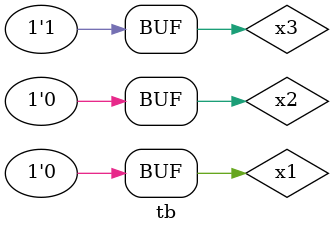
<source format=sv>
module tb;
reg x1,x2,x3;
wire z;
mod des(x1,x2,x3,z);
initial begin 
  $monitor("Time = %0t x1=%0b x2 = %0b x3 =%0b z=%0b", $time, x1,x2,x3,z);
end 
initial begin 
  x1=0;x2=1;x3=1;
#3 x1=3;x2=0;
#4 x1=4;x3=1;
end 
endmodule 

</source>
